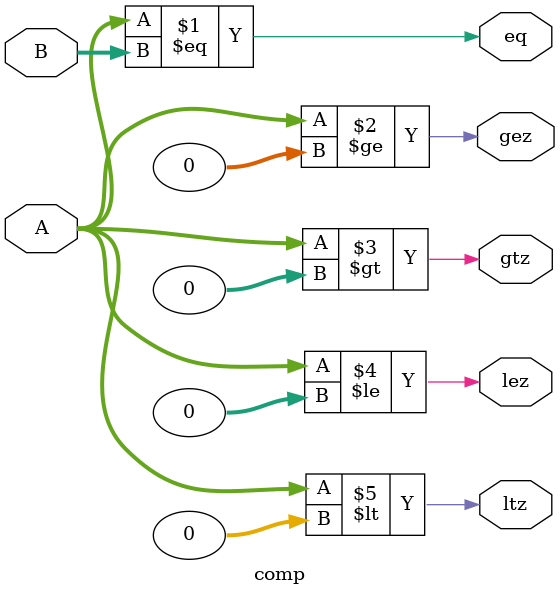
<source format=v>
`timescale 1ns / 1ps
module comp(
	 input [31:0] A,
	 input [31:0] B,
	 output eq,
	 output gez,
	 output gtz,
	 output lez,
	 output ltz
	 );

assign eq 	= (A == B);
//assign gez 	= (A == 0 || A[31] == 0);
assign gez	= ($signed(A) >= 0);
//assign gtz	= (A != 0 && A[31] == 0);
assign gtz	= ($signed(A) > 0);
//assign lez 	= (A == 0 || A[31] == 1);
assign lez	= ($signed(A) <= 0);
//assign ltz	= (A != 0 && A[31] == 1);
assign ltz	= ($signed(A) < 0);

endmodule

</source>
